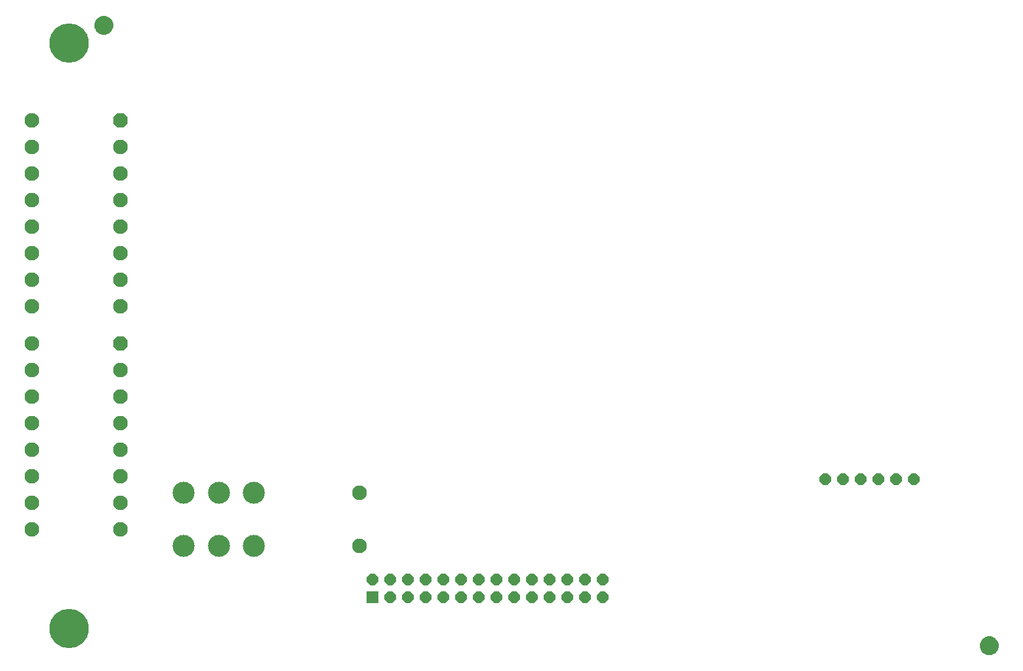
<source format=gbs>
G75*
%MOIN*%
%OFA0B0*%
%FSLAX25Y25*%
%IPPOS*%
%LPD*%
%AMOC8*
5,1,8,0,0,1.08239X$1,22.5*
%
%ADD10C,0.13198*%
%ADD11OC8,0.06506*%
%ADD12R,0.06506X0.06506*%
%ADD13OC8,0.08277*%
%ADD14C,0.08277*%
%ADD15C,0.12411*%
%ADD16C,0.00500*%
%ADD17C,0.22254*%
D10*
X0137995Y0087673D03*
X0137995Y0418382D03*
D11*
X0565188Y0171770D03*
X0575188Y0171770D03*
X0585188Y0171770D03*
X0595188Y0171770D03*
X0605188Y0171770D03*
X0615188Y0171770D03*
X0439333Y0115232D03*
X0429333Y0115232D03*
X0419333Y0115232D03*
X0409333Y0115232D03*
X0399333Y0115232D03*
X0389333Y0115232D03*
X0379333Y0115232D03*
X0369333Y0115232D03*
X0359333Y0115232D03*
X0349333Y0115232D03*
X0339333Y0115232D03*
X0329333Y0115232D03*
X0319333Y0115232D03*
X0309333Y0115232D03*
X0319333Y0105232D03*
X0329333Y0105232D03*
X0339333Y0105232D03*
X0349333Y0105232D03*
X0359333Y0105232D03*
X0369333Y0105232D03*
X0379333Y0105232D03*
X0389333Y0105232D03*
X0399333Y0105232D03*
X0409333Y0105232D03*
X0419333Y0105232D03*
X0429333Y0105232D03*
X0439333Y0105232D03*
D12*
X0309333Y0105232D03*
D13*
X0166932Y0248441D03*
X0166932Y0374425D03*
D14*
X0166932Y0359425D03*
X0166932Y0344425D03*
X0166932Y0329425D03*
X0166932Y0314425D03*
X0166932Y0299425D03*
X0166932Y0284425D03*
X0166932Y0269425D03*
X0116932Y0269425D03*
X0116932Y0284425D03*
X0116932Y0299425D03*
X0116932Y0314425D03*
X0116932Y0329425D03*
X0116932Y0344425D03*
X0116932Y0359425D03*
X0116932Y0374425D03*
X0116932Y0248441D03*
X0116932Y0233441D03*
X0116932Y0218441D03*
X0116932Y0203441D03*
X0116932Y0188441D03*
X0116932Y0173441D03*
X0116932Y0158441D03*
X0116932Y0143441D03*
X0166932Y0143441D03*
X0166932Y0158441D03*
X0166932Y0173441D03*
X0166932Y0188441D03*
X0166932Y0203441D03*
X0166932Y0218441D03*
X0166932Y0233441D03*
X0302044Y0164152D03*
X0302044Y0134388D03*
D15*
X0242516Y0134388D03*
X0222674Y0134388D03*
X0202831Y0134388D03*
X0202831Y0164152D03*
X0222674Y0164152D03*
X0242516Y0164152D03*
D16*
X0159390Y0423526D02*
X0158548Y0423300D01*
X0157680Y0423224D01*
X0156812Y0423300D01*
X0155970Y0423526D01*
X0155180Y0423894D01*
X0154466Y0424394D01*
X0153850Y0425010D01*
X0153350Y0425724D01*
X0152981Y0426514D01*
X0152756Y0427356D01*
X0152680Y0428224D01*
X0152756Y0429093D01*
X0152981Y0429935D01*
X0153350Y0430724D01*
X0153850Y0431438D01*
X0154466Y0432055D01*
X0155180Y0432555D01*
X0155970Y0432923D01*
X0156812Y0433148D01*
X0157680Y0433224D01*
X0158548Y0433148D01*
X0159390Y0432923D01*
X0160180Y0432555D01*
X0160894Y0432055D01*
X0161510Y0431438D01*
X0162010Y0430724D01*
X0162378Y0429935D01*
X0162604Y0429093D01*
X0162680Y0428224D01*
X0162604Y0427356D01*
X0162378Y0426514D01*
X0162010Y0425724D01*
X0161510Y0425010D01*
X0160894Y0424394D01*
X0160180Y0423894D01*
X0159390Y0423526D01*
X0159115Y0423452D02*
X0156245Y0423452D01*
X0155099Y0423951D02*
X0160261Y0423951D01*
X0160949Y0424449D02*
X0154411Y0424449D01*
X0153912Y0424948D02*
X0161447Y0424948D01*
X0161815Y0425446D02*
X0153544Y0425446D01*
X0153247Y0425945D02*
X0162113Y0425945D01*
X0162345Y0426443D02*
X0153014Y0426443D01*
X0152867Y0426942D02*
X0162493Y0426942D01*
X0162611Y0427440D02*
X0152748Y0427440D01*
X0152705Y0427939D02*
X0162655Y0427939D01*
X0162661Y0428437D02*
X0152698Y0428437D01*
X0152742Y0428936D02*
X0162618Y0428936D01*
X0162512Y0429434D02*
X0152847Y0429434D01*
X0152981Y0429933D02*
X0162379Y0429933D01*
X0162147Y0430431D02*
X0153213Y0430431D01*
X0153494Y0430930D02*
X0161866Y0430930D01*
X0161517Y0431428D02*
X0153843Y0431428D01*
X0154338Y0431927D02*
X0161021Y0431927D01*
X0160364Y0432426D02*
X0154995Y0432426D01*
X0155974Y0432924D02*
X0159386Y0432924D01*
X0653850Y0081045D02*
X0654466Y0081661D01*
X0655180Y0082161D01*
X0655970Y0082529D01*
X0656812Y0082755D01*
X0657680Y0082831D01*
X0658548Y0082755D01*
X0659390Y0082529D01*
X0660180Y0082161D01*
X0660894Y0081661D01*
X0661510Y0081045D01*
X0662010Y0080331D01*
X0662378Y0079541D01*
X0662604Y0078699D01*
X0662680Y0077831D01*
X0662604Y0076962D01*
X0662378Y0076121D01*
X0662010Y0075331D01*
X0661510Y0074617D01*
X0660894Y0074000D01*
X0660180Y0073501D01*
X0659390Y0073132D01*
X0658548Y0072907D01*
X0657680Y0072831D01*
X0656812Y0072907D01*
X0655970Y0073132D01*
X0655180Y0073501D01*
X0654466Y0074000D01*
X0653850Y0074617D01*
X0653350Y0075331D01*
X0652981Y0076121D01*
X0652756Y0076962D01*
X0652680Y0077831D01*
X0652756Y0078699D01*
X0652981Y0079541D01*
X0653350Y0080331D01*
X0653850Y0081045D01*
X0653801Y0080975D02*
X0661559Y0080975D01*
X0661908Y0080477D02*
X0653452Y0080477D01*
X0653185Y0079978D02*
X0662174Y0079978D01*
X0662395Y0079479D02*
X0652965Y0079479D01*
X0652831Y0078981D02*
X0662528Y0078981D01*
X0662623Y0078482D02*
X0652737Y0078482D01*
X0652693Y0077984D02*
X0662666Y0077984D01*
X0662650Y0077485D02*
X0652710Y0077485D01*
X0652754Y0076987D02*
X0662606Y0076987D01*
X0662477Y0076488D02*
X0652883Y0076488D01*
X0653042Y0075990D02*
X0662317Y0075990D01*
X0662085Y0075491D02*
X0653275Y0075491D01*
X0653586Y0074993D02*
X0661773Y0074993D01*
X0661388Y0074494D02*
X0653972Y0074494D01*
X0654472Y0073996D02*
X0660887Y0073996D01*
X0660173Y0073497D02*
X0655187Y0073497D01*
X0656468Y0072999D02*
X0658892Y0072999D01*
X0661081Y0081474D02*
X0654278Y0081474D01*
X0654910Y0081972D02*
X0660449Y0081972D01*
X0659516Y0082471D02*
X0655844Y0082471D01*
D17*
X0137995Y0087673D03*
X0137995Y0418382D03*
M02*

</source>
